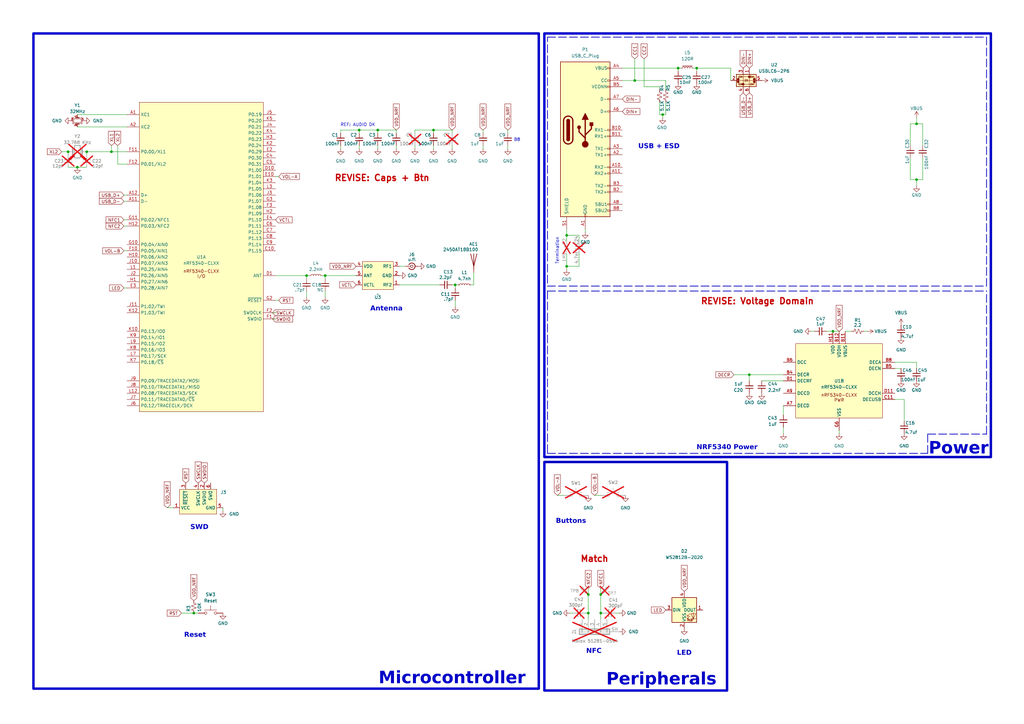
<source format=kicad_sch>
(kicad_sch (version 20250114) (generator "eeschema") (generator_version "9.0")
  (paper "A3")
  (rectangle (start 223.266 189.484) (end 298.196 283.21) (stroke (width 1)))
  (rectangle (start 223.266 13.716) (end 406.4 187.452) (stroke (width 1)))
  (rectangle (start 224.536 15.24) (end 404.622 117.348) (stroke (width 0.3) (type dash)))
  (rectangle (start 13.716 13.716) (end 220.98 282.448) (stroke (width 1)))
  (text "REVISE: Caps + Btn" (at 156.718 73.152 0) (effects (font (size 2.54 2.54) (thickness 0.508) (bold yes))))
  (text "NRF5340 Power" (at 298.196 184.15 0) (effects (font (size 2 2) (thickness 0.508) (bold yes))))
  (text "SWD" (at 81.788 216.916 0) (effects (font (size 2 2) (thickness 0.508) (bold yes))))
  (text "Buttons" (at 234.188 214.376 0) (effects (font (size 2 2) (thickness 0.508) (bold yes))))
  (text "Power" (at 393.192 185.42 0) (effects (font (size 5 5) (thickness 0.508) (bold yes))))
  (text "REVISE: Voltage Domain" (at 310.642 123.698 0) (effects (font (size 2.54 2.54) (thickness 0.508) (bold yes))))
  (text "Match" (at 243.84 229.362 0) (effects (font (size 2.54 2.54) (thickness 0.508) (bold yes))))
  (text "Reset" (at 80.01 261.112 0) (effects (font (size 2 2) (thickness 0.508) (bold yes))))
  (text "USB + ESD" (at 270.256 60.706 0) (effects (font (size 2 2) (thickness 0.508) (bold yes))))
  (text "B8" (at 212.09 57.404 0) (effects (font (size 1.27 1.27))))
  (text "Termination" (at 228.6 102.87 90) (effects (font (size 1.27 1.27))))
  (text "Peripherals" (at 271.272 280.162 0) (effects (font (size 5 5) (thickness 0.508) (bold yes))))
  (text "LED" (at 280.67 268.478 0) (effects (font (size 2 2) (thickness 0.508) (bold yes))))
  (text "Microcontroller" (at 185.42 279.654 0) (effects (font (size 5 5) (thickness 0.508) (bold yes))))
  (text "REF: AUDIO DK" (at 146.812 51.308 0) (effects (font (size 1.27 1.27))))
  (text "Antenna" (at 158.496 127.254 0) (effects (font (size 2 2) (thickness 0.508) (bold yes))))
  (text "NFC" (at 243.586 267.716 0) (effects (font (size 2 2) (thickness 0.508) (bold yes))))
  (junction (at 375.92 50.8))
  (junction (at 285.75 27.94))
  (junction (at 31.75 68.58))
  (junction (at 260.35 33.02))
  (junction (at 35.56 62.23))
  (junction (at 278.13 27.94))
  (junction (at 154.94 53.34))
  (junction (at 186.69 116.84))
  (junction (at 307.34 153.67))
  (junction (at 45.72 62.23))
  (junction (at 133.35 113.03))
  (junction (at 232.41 96.52))
  (junction (at 246.38 251.46))
  (junction (at 246.38 243.84))
  (junction (at 375.92 73.66))
  (junction (at 232.41 109.22))
  (junction (at 241.3 251.46))
  (junction (at 341.63 135.89))
  (junction (at 241.3 243.84))
  (junction (at 147.32 53.34))
  (junction (at 125.73 113.03))
  (junction (at 177.8 53.34))
  (junction (at 27.94 62.23))
  (junction (at 79.502 251.46))
  (junction (at 271.78 46.99))
  (no_connect (at -384.81 173.99))
  (wire (pts (xy 113.03 128.27) (xy 111.76 128.27)))
  (wire (pts (xy 378.46 50.8) (xy 378.46 59.69)))
  (wire (pts (xy 127 113.03) (xy 125.73 113.03)))
  (wire (pts (xy 260.35 24.13) (xy 260.35 33.02)))
  (polyline (pts (xy 224.536 185.928) (xy 380.492 185.928)) (stroke (width 0.3) (type dash)))
  (wire (pts (xy 208.28 59.69) (xy 208.28 60.96)))
  (wire (pts (xy 246.38 241.3) (xy 246.38 243.84)))
  (wire (pts (xy 177.8 53.34) (xy 185.42 53.34)))
  (wire (pts (xy 232.41 93.98) (xy 232.41 96.52)))
  (wire (pts (xy 273.05 33.02) (xy 273.05 36.83)))
  (wire (pts (xy 260.35 33.02) (xy 273.05 33.02)))
  (wire (pts (xy 375.92 151.13) (xy 375.92 148.59)))
  (wire (pts (xy 133.35 113.03) (xy 133.35 114.3)))
  (wire (pts (xy 25.273 62.23) (xy 27.94 62.23)))
  (wire (pts (xy 373.38 59.69) (xy 373.38 50.8)))
  (wire (pts (xy 170.18 60.96) (xy 170.18 59.69)))
  (wire (pts (xy 285.75 27.94) (xy 299.72 27.94)))
  (wire (pts (xy 247.65 251.46) (xy 246.38 251.46)))
  (wire (pts (xy 373.38 73.66) (xy 375.92 73.66)))
  (wire (pts (xy 74.422 251.46) (xy 79.502 251.46)))
  (polyline (pts (xy 404.622 178.054) (xy 404.622 119.38)) (stroke (width 0.3) (type dash)))
  (wire (pts (xy 208.28 53.34) (xy 208.28 54.61)))
  (wire (pts (xy 300.99 153.67) (xy 307.34 153.67)))
  (wire (pts (xy 114.3 72.39) (xy 113.03 72.39)))
  (wire (pts (xy 198.12 54.61) (xy 198.12 53.34)))
  (wire (pts (xy 139.7 53.34) (xy 139.7 54.61)))
  (wire (pts (xy 270.51 46.99) (xy 270.51 41.91)))
  (wire (pts (xy 187.96 116.84) (xy 186.69 116.84)))
  (wire (pts (xy 186.69 125.73) (xy 186.69 123.19)))
  (wire (pts (xy 133.35 119.38) (xy 133.35 121.92)))
  (wire (pts (xy 35.56 63.5) (xy 35.56 62.23)))
  (wire (pts (xy 133.35 113.03) (xy 146.05 113.03)))
  (wire (pts (xy 31.75 52.07) (xy 52.07 52.07)))
  (wire (pts (xy 237.49 109.22) (xy 232.41 109.22)))
  (wire (pts (xy 162.56 60.96) (xy 162.56 59.69)))
  (polyline (pts (xy 224.536 119.38) (xy 404.622 119.38)) (stroke (width 0.3) (type dash)))
  (wire (pts (xy 240.03 93.98) (xy 240.03 95.25)))
  (wire (pts (xy 186.69 118.11) (xy 186.69 116.84)))
  (wire (pts (xy 255.27 27.94) (xy 278.13 27.94)))
  (wire (pts (xy 271.78 46.99) (xy 270.51 46.99)))
  (wire (pts (xy 52.07 62.23) (xy 45.72 62.23)))
  (wire (pts (xy 52.07 92.71) (xy 50.8 92.71)))
  (wire (pts (xy 307.34 153.67) (xy 321.31 153.67)))
  (wire (pts (xy 299.72 27.94) (xy 299.72 33.02)))
  (wire (pts (xy 186.69 116.84) (xy 185.42 116.84)))
  (wire (pts (xy 278.13 27.94) (xy 279.4 27.94)))
  (wire (pts (xy 68.58 208.28) (xy 71.12 208.28)))
  (wire (pts (xy 355.6 135.89) (xy 354.33 135.89)))
  (wire (pts (xy 198.12 60.96) (xy 198.12 59.69)))
  (wire (pts (xy 375.92 50.8) (xy 378.46 50.8)))
  (wire (pts (xy 273.05 41.91) (xy 273.05 46.99)))
  (wire (pts (xy 48.26 67.31) (xy 52.07 67.31)))
  (wire (pts (xy 91.44 209.55) (xy 91.44 208.28)))
  (wire (pts (xy 52.07 82.55) (xy 50.8 82.55)))
  (wire (pts (xy 341.63 135.89) (xy 344.17 135.89)))
  (wire (pts (xy 113.03 113.03) (xy 125.73 113.03)))
  (wire (pts (xy 166.37 109.22) (xy 163.83 109.22)))
  (wire (pts (xy 264.16 24.13) (xy 264.16 35.56)))
  (wire (pts (xy 52.07 102.87) (xy 50.8 102.87)))
  (wire (pts (xy 321.31 177.8) (xy 321.31 175.26)))
  (wire (pts (xy 233.68 251.46) (xy 234.95 251.46)))
  (wire (pts (xy 373.38 64.77) (xy 373.38 73.66)))
  (wire (pts (xy 246.38 251.46) (xy 246.38 254)))
  (wire (pts (xy 312.42 156.21) (xy 321.31 156.21)))
  (wire (pts (xy 241.3 251.46) (xy 241.3 254)))
  (wire (pts (xy 154.94 53.34) (xy 154.94 54.61)))
  (wire (pts (xy 375.92 76.2) (xy 375.92 73.66)))
  (wire (pts (xy 332.74 135.89) (xy 334.01 135.89)))
  (wire (pts (xy 373.38 50.8) (xy 375.92 50.8)))
  (wire (pts (xy 243.84 203.2) (xy 246.38 203.2)))
  (wire (pts (xy 52.07 118.11) (xy 50.8 118.11)))
  (polyline (pts (xy 380.492 185.928) (xy 380.492 178.054)) (stroke (width 0.3) (type dash)))
  (wire (pts (xy 370.84 172.72) (xy 370.84 163.83)))
  (wire (pts (xy 232.41 99.06) (xy 232.41 96.52)))
  (wire (pts (xy 367.03 148.59) (xy 375.92 148.59)))
  (wire (pts (xy 241.3 243.84) (xy 241.3 251.46)))
  (wire (pts (xy 278.13 29.21) (xy 278.13 27.94)))
  (wire (pts (xy 170.18 53.34) (xy 170.18 54.61)))
  (polyline (pts (xy 380.492 178.054) (xy 404.622 178.054)) (stroke (width 0.3) (type dash)))
  (wire (pts (xy 177.8 60.96) (xy 177.8 59.69)))
  (wire (pts (xy 270.51 35.56) (xy 270.51 36.83)))
  (wire (pts (xy 163.83 116.84) (xy 180.34 116.84)))
  (wire (pts (xy 139.7 53.34) (xy 147.32 53.34)))
  (wire (pts (xy 264.16 35.56) (xy 270.51 35.56)))
  (wire (pts (xy 237.49 96.52) (xy 232.41 96.52)))
  (wire (pts (xy 237.49 109.22) (xy 237.49 104.14)))
  (wire (pts (xy 45.72 62.23) (xy 35.56 62.23)))
  (wire (pts (xy 27.94 68.58) (xy 31.75 68.58)))
  (wire (pts (xy 114.3 123.19) (xy 113.03 123.19)))
  (wire (pts (xy 339.09 135.89) (xy 341.63 135.89)))
  (wire (pts (xy 273.05 46.99) (xy 271.78 46.99)))
  (wire (pts (xy 170.18 53.34) (xy 177.8 53.34)))
  (wire (pts (xy 285.75 27.94) (xy 285.75 29.21)))
  (wire (pts (xy 246.38 243.84) (xy 246.38 251.46)))
  (wire (pts (xy 375.92 48.26) (xy 375.92 50.8)))
  (wire (pts (xy 378.46 73.66) (xy 375.92 73.66)))
  (wire (pts (xy 321.31 170.18) (xy 321.31 166.37)))
  (wire (pts (xy 228.6 203.2) (xy 231.14 203.2)))
  (wire (pts (xy 132.08 113.03) (xy 133.35 113.03)))
  (wire (pts (xy 147.32 53.34) (xy 154.94 53.34)))
  (wire (pts (xy 79.502 251.46) (xy 81.28 251.46)))
  (wire (pts (xy 271.78 48.26) (xy 271.78 46.99)))
  (wire (pts (xy 194.31 116.84) (xy 193.04 116.84)))
  (wire (pts (xy 378.46 64.77) (xy 378.46 73.66)))
  (wire (pts (xy 194.31 111.76) (xy 194.31 116.84)))
  (wire (pts (xy 48.26 59.69) (xy 48.26 67.31)))
  (wire (pts (xy 147.32 53.34) (xy 147.32 54.61)))
  (wire (pts (xy 52.07 80.01) (xy 50.8 80.01)))
  (wire (pts (xy 307.34 153.67) (xy 307.34 156.21)))
  (wire (pts (xy 254 251.46) (xy 252.73 251.46)))
  (wire (pts (xy 52.07 90.17) (xy 50.8 90.17)))
  (wire (pts (xy 240.03 251.46) (xy 241.3 251.46)))
  (wire (pts (xy 154.94 53.34) (xy 162.56 53.34)))
  (wire (pts (xy 232.41 104.14) (xy 232.41 109.22)))
  (wire (pts (xy 113.03 130.81) (xy 111.76 130.81)))
  (wire (pts (xy 284.48 27.94) (xy 285.75 27.94)))
  (wire (pts (xy 154.94 60.96) (xy 154.94 59.69)))
  (wire (pts (xy 349.25 135.89) (xy 346.71 135.89)))
  (polyline (pts (xy 224.536 119.38) (xy 224.536 185.928)) (stroke (width 0.3) (type dash)))
  (wire (pts (xy 185.42 60.96) (xy 185.42 59.69)))
  (wire (pts (xy 237.49 99.06) (xy 237.49 96.52)))
  (wire (pts (xy 125.73 121.92) (xy 125.73 119.38)))
  (wire (pts (xy 241.3 241.3) (xy 241.3 243.84)))
  (wire (pts (xy 45.72 59.69) (xy 45.72 62.23)))
  (wire (pts (xy 125.73 114.3) (xy 125.73 113.03)))
  (wire (pts (xy 31.75 68.58) (xy 35.56 68.58)))
  (wire (pts (xy 27.94 63.5) (xy 27.94 62.23)))
  (wire (pts (xy 31.75 46.99) (xy 52.07 46.99)))
  (wire (pts (xy 344.17 177.8) (xy 344.17 176.53)))
  (wire (pts (xy 185.42 53.34) (xy 185.42 54.61)))
  (wire (pts (xy 232.41 110.49) (xy 232.41 109.22)))
  (wire (pts (xy 255.27 33.02) (xy 260.35 33.02)))
  (wire (pts (xy 177.8 53.34) (xy 177.8 54.61)))
  (wire (pts (xy 147.32 60.96) (xy 147.32 59.69)))
  (wire (pts (xy 370.84 163.83) (xy 367.03 163.83)))
  (wire (pts (xy 162.56 53.34) (xy 162.56 54.61)))
  (wire (pts (xy 139.7 59.69) (xy 139.7 60.96)))
  (wire (pts (xy 367.03 151.13) (xy 369.57 151.13)))
  (global_label "VDD_NRF" (shape input) (at 162.56 53.34 90) (property "Intersheetrefs" "${INTERSHEET_REFS}" (effects (hide yes))))
  (global_label "VDD_NRF" (shape input) (at 208.28 53.34 90) (property "Intersheetrefs" "${INTERSHEET_REFS}" (effects (hide yes))))
  (global_label "VDD_NRF" (shape input) (at 344.17 135.89 90) (property "Intersheetrefs" "${INTERSHEET_REFS}" (effects (hide yes))))
  (global_label "VDD_NRF" (shape input) (at 198.12 53.34 90) (property "Intersheetrefs" "${INTERSHEET_REFS}" (effects (hide yes))))
  (global_label "SWCLK" (shape input) (at 81.28 198.12 90) (property "Intersheetrefs" "${INTERSHEET_REFS}" (effects (hide yes))))
  (global_label "VDD_NRF" (shape input) (at 280.67 242.57 90) (property "Intersheetrefs" "${INTERSHEET_REFS}" (effects (hide yes))))
  (global_label "VDD_NRF" (shape input) (at 68.58 208.28 90) (property "Intersheetrefs" "${INTERSHEET_REFS}" (effects (hide yes))))
  (global_label "USB_D+" (shape input) (at 50.8 80.01 180) (property "Intersheetrefs" "${INTERSHEET_REFS}" (effects (hide yes))))
  (global_label "VOL-B" (shape input) (at 243.84 203.2 90) (property "Intersheetrefs" "${INTERSHEET_REFS}" (effects (hide yes))))
  (global_label "DIN+" (shape input) (at 307.34 27.94 90) (property "Intersheetrefs" "${INTERSHEET_REFS}" (effects (hide yes))))
  (global_label "DIN-" (shape input) (at 304.8 27.94 90) (property "Intersheetrefs" "${INTERSHEET_REFS}" (effects (hide yes))))
  (global_label "NFC1" (shape input) (at 50.8 90.17 180) (property "Intersheetrefs" "${INTERSHEET_REFS}" (effects (hide yes))))
  (global_label "SWDIO" (shape input) (at 83.82 198.12 90) (property "Intersheetrefs" "${INTERSHEET_REFS}" (effects (hide yes))))
  (global_label "RST" (shape input) (at 76.2 198.12 90) (property "Intersheetrefs" "${INTERSHEET_REFS}" (effects (hide yes))))
  (global_label "USB_D+" (shape input) (at 307.34 38.1 270) (property "Intersheetrefs" "${INTERSHEET_REFS}" (effects (hide yes))))
  (global_label "CC1" (shape input) (at 260.35 24.13 90) (property "Intersheetrefs" "${INTERSHEET_REFS}" (effects (hide yes))))
  (global_label "VOL-B" (shape input) (at 50.8 102.87 180) (property "Intersheetrefs" "${INTERSHEET_REFS}" (effects (hide yes))))
  (global_label "USB_D-" (shape input) (at 304.8 38.1 270) (property "Intersheetrefs" "${INTERSHEET_REFS}" (effects (hide yes))))
  (global_label "XL2" (shape input) (at 48.26 59.69 90) (property "Intersheetrefs" "${INTERSHEET_REFS}" (effects (hide yes))))
  (global_label "LED" (shape input) (at 273.05 250.19 180) (property "Intersheetrefs" "${INTERSHEET_REFS}" (effects (hide yes))))
  (global_label "XL2" (shape input) (at 25.273 62.23 180) (property "Intersheetrefs" "${INTERSHEET_REFS}" (effects (hide yes))))
  (global_label "RST" (shape input) (at 114.3 123.19 0) (property "Intersheetrefs" "${INTERSHEET_REFS}" (effects (hide yes))))
  (global_label "SWCLK" (shape input) (at 111.76 128.27 0) (property "Intersheetrefs" "${INTERSHEET_REFS}" (effects (hide yes))))
  (global_label "VOL-A" (shape input) (at 228.6 203.2 90) (property "Intersheetrefs" "${INTERSHEET_REFS}" (effects (hide yes))))
  (global_label "VCTL" (shape input) (at 113.03 90.17 0) (property "Intersheetrefs" "${INTERSHEET_REFS}" (effects (hide yes))))
  (global_label "CC2" (shape input) (at 264.16 24.13 90) (property "Intersheetrefs" "${INTERSHEET_REFS}" (effects (hide yes))))
  (global_label "NFC1" (shape input) (at 246.38 241.3 90) (property "Intersheetrefs" "${INTERSHEET_REFS}" (effects (hide yes))))
  (global_label "VDD_NRF" (shape input) (at 79.502 246.38 90) (property "Intersheetrefs" "${INTERSHEET_REFS}" (effects (hide yes))))
  (global_label "DIN-" (shape input) (at 255.27 40.64 0) (property "Intersheetrefs" "${INTERSHEET_REFS}" (effects (hide yes))))
  (global_label "DIN+" (shape input) (at 255.27 45.72 0) (property "Intersheetrefs" "${INTERSHEET_REFS}" (effects (hide yes))))
  (global_label "NFC2" (shape input) (at 241.3 241.3 90) (property "Intersheetrefs" "${INTERSHEET_REFS}" (effects (hide yes))))
  (global_label "VCTL" (shape input) (at 146.05 116.84 180) (property "Intersheetrefs" "${INTERSHEET_REFS}" (effects (hide yes))))
  (global_label "RST" (shape input) (at 74.422 251.46 180) (property "Intersheetrefs" "${INTERSHEET_REFS}" (effects (hide yes))))
  (global_label "VDD_NRF" (shape input) (at 185.42 53.34 90) (property "Intersheetrefs" "${INTERSHEET_REFS}" (effects (hide yes))))
  (global_label "XL1" (shape input) (at 45.72 59.69 90) (property "Intersheetrefs" "${INTERSHEET_REFS}" (effects (hide yes))))
  (global_label "NFC2" (shape input) (at 50.8 92.71 180) (property "Intersheetrefs" "${INTERSHEET_REFS}" (effects (hide yes))))
  (global_label "SWDIO" (shape input) (at 111.76 130.81 0) (property "Intersheetrefs" "${INTERSHEET_REFS}" (effects (hide yes))))
  (global_label "VOL-A" (shape input) (at 114.3 72.39 0) (property "Intersheetrefs" "${INTERSHEET_REFS}" (effects (hide yes))))
  (global_label "VDD_NRF" (shape input) (at 146.05 109.22 180) (property "Intersheetrefs" "${INTERSHEET_REFS}" (effects (hide yes))))
  (global_label "USB_D-" (shape input) (at 50.8 82.55 180) (property "Intersheetrefs" "${INTERSHEET_REFS}" (effects (hide yes))))
  (global_label "LED" (shape input) (at 50.8 118.11 180) (property "Intersheetrefs" "${INTERSHEET_REFS}" (effects (hide yes))))
  (global_label "DECR" (shape input) (at 300.99 153.67 180) (property "Intersheetrefs" "${INTERSHEET_REFS}" (effects (hide yes))))
  (symbol (lib_id "Device:C_Small") (at 370.84 175.26 0) (unit 1)
    (property "Reference" "C16" (at 371.348 173.482 0) (effects (justify left)))
    (property "Value" "4.7uf" (at 371.094 177.292 0) (effects (justify left)))
    (property "Footprint" "Capacitor_SMD:C_0201_0603Metric" (effects (hide yes)))
    (property "Description" "Unpolarized capacitor, small symbol" (effects (hide yes)))
  )
  (symbol (lib_id "Device:C_Small") (at 307.34 158.75 180) (unit 1)
    (property "Reference" "C20" (at 304.8 160.0138 0) (effects (justify left)))
    (property "Value" "1uF" (at 304.8 157.4738 0) (effects (justify left)))
    (property "Footprint" "Capacitor_SMD:C_0402_1005Metric" (effects (hide yes)))
    (property "Description" "Unpolarized capacitor, small symbol" (effects (hide yes)))
  )
  (symbol (lib_id "Device:C_Small") (at 369.57 135.89 0) (unit 1)
    (property "Reference" "C10" (at 370.078 134.112 0) (effects (justify left)))
    (property "Value" "4.7uf" (at 369.57 137.922 0) (effects (justify left)))
    (property "Footprint" "Capacitor_SMD:C_0201_0603Metric" (effects (hide yes)))
    (property "Description" "Unpolarized capacitor, small symbol" (effects (hide yes)))
  )
  (symbol (lib_id "power:GND") (at 208.28 60.96 0) (unit 1)
    (property "Reference" "#PWR09" (effects (hide yes)))
    (property "Value" "GND" (at 208.28 66.04 0))
    (property "Description" "Power symbol creates a global label with name \"GND\" , ground" (effects (hide yes)))
  )
  (symbol (lib_id "power:GND") (at 154.94 60.96 0) (unit 1)
    (property "Reference" "#PWR03" (effects (hide yes)))
    (property "Value" "GND" (at 154.94 66.04 0))
    (property "Description" "Power symbol creates a global label with name \"GND\" , ground" (effects (hide yes)))
  )
  (symbol (lib_id "Device:C_Small") (at 336.55 135.89 90) (unit 1)
    (property "Reference" "C47" (at 336.55 130.81 90))
    (property "Value" "1uF" (at 336.55 132.842 90))
    (property "Footprint" "Capacitor_SMD:C_0402_1005Metric" (effects (hide yes)))
    (property "Description" "Unpolarized capacitor, small symbol" (effects (hide yes)))
  )
  (symbol (lib_id "Device:Crystal_GND24_Small") (at 31.75 49.53 270) (unit 1)
    (property "Reference" "Y1" (at 31.75 43.18 90))
    (property "Value" "32MHz" (at 31.75 45.72 90))
    (property "Footprint" "Crystal:Crystal_SMD_2016-4Pin_2.0x1.6mm" (effects (hide yes)))
    (property "Description" "Four pin crystal, GND on pins 2 and 4, small symbol" (effects (hide yes)))
  )
  (symbol (lib_id "power:GND") (at 31.75 68.58 0) (mirror y) (unit 1)
    (property "Reference" "#PWR020" (effects (hide yes)))
    (property "Value" "GND" (at 31.75 72.898 0))
  )
  (symbol (lib_id "power:GND") (at 162.56 60.96 0) (unit 1)
    (property "Reference" "#PWR04" (effects (hide yes)))
    (property "Value" "GND" (at 162.56 66.04 0))
    (property "Description" "Power symbol creates a global label with name \"GND\" , ground" (effects (hide yes)))
  )
  (symbol (lib_id "power:GND") (at 369.57 138.43 0) (unit 1)
    (property "Reference" "#PWR014" (effects (hide yes)))
    (property "Value" "GND" (at 369.57 143.51 0))
    (property "Description" "Power symbol creates a global label with name \"GND\" , ground" (effects (hide yes)))
  )
  (symbol (lib_id "power:GND") (at 254 259.08 90) (unit 1)
    (property "Reference" "#PWR039" (effects (hide yes)))
    (property "Value" "GND" (at 257.81 259.0799 90) (effects (justify right)))
    (property "Description" "Power symbol creates a global label with name \"GND\" , ground" (effects (hide yes)))
  )
  (symbol (lib_id "Device:C_Small") (at 208.28 57.15 180) (unit 1)
    (property "Reference" "C9" (at 205.994 55.372 0))
    (property "Value" "1uF" (at 204.978 58.928 0))
    (property "Footprint" "Capacitor_SMD:C_0402_1005Metric" (effects (hide yes)))
    (property "Description" "Unpolarized capacitor, small symbol" (effects (hide yes)))
  )
  (symbol (lib_id "Power_Protection:USBLC6-2P6") (at 307.34 33.02 270) (unit 1)
    (property "Reference" "U2" (at 317.5 26.5998 90))
    (property "Value" "USBLC6-2P6" (at 317.5 29.1398 90))
    (property "Footprint" "Package_TO_SOT_SMD:SOT-666" (effects (hide yes)))
    (property "Datasheet" "https://www.st.com/resource/en/datasheet/usblc6-2.pdf" (effects (hide yes)))
    (property "Description" "Very low capacitance ESD protection diode, 2 data-line, SOT-666" (effects (hide yes)))
  )
  (symbol (lib_id "power:GND") (at 307.34 161.29 0) (unit 1)
    (property "Reference" "#PWR017" (effects (hide yes)))
    (property "Value" "GND" (at 307.34 165.1 0))
    (property "Description" "Power symbol creates a global label with name \"GND\" , ground" (effects (hide yes)))
  )
  (symbol (lib_id "power:GND") (at 163.83 113.03 90) (unit 1)
    (property "Reference" "#PWR078" (effects (hide yes)))
    (property "Value" "GND" (at 169.164 113.03 90))
    (property "Description" "Power symbol creates a global label with name \"GND\" , ground" (effects (hide yes)))
  )
  (symbol (lib_id "Connector:USB_C_Plug") (at 240.03 53.34 0) (unit 1)
    (property "Reference" "P1" (at 240.03 20.32 0))
    (property "Value" "USB_C_Plug" (at 240.03 22.86 0))
    (property "Footprint" "Capacitor_SMD:C_0201_0603Metric" (effects (hide yes)))
    (property "Datasheet" "https://www.usb.org/sites/default/files/documents/usb_type-c.zip" (effects (hide yes)))
    (property "Description" "USB Type-C Plug connector" (effects (hide yes)))
  )
  (symbol (lib_id "power:GND") (at 185.42 60.96 0) (unit 1)
    (property "Reference" "#PWR07" (effects (hide yes)))
    (property "Value" "GND" (at 185.42 66.04 0))
    (property "Description" "Power symbol creates a global label with name \"GND\" , ground" (effects (hide yes)))
  )
  (symbol (lib_id "Switch:SW_Push") (at 86.36 251.46 0) (unit 1)
    (property "Reference" "SW3" (at 86.36 243.84 0))
    (property "Value" "Reset" (at 86.36 246.38 0))
    (property "Footprint" "Button_Switch_SMD:SW_SPST_B3U-1000P" (effects (hide yes)))
  )
  (symbol (lib_id "power:GND") (at 232.41 110.49 0) (unit 1)
    (property "Reference" "#PWR023" (effects (hide yes)))
    (property "Value" "GND" (at 232.41 114.554 0))
    (property "Description" "Power symbol creates a global label with name \"GND\" , ground" (effects (hide yes)))
  )
  (symbol (lib_id "Device:C_Small") (at 250.19 251.46 270) (unit 1) (in_bom no) (dnp yes)
    (property "Reference" "C41" (at 249.682 246.126 90) (effects (justify left)))
    (property "Value" "300pF" (at 249.428 248.412 90) (effects (justify left)))
    (property "Footprint" "Capacitor_SMD:C_0201_0603Metric" (effects (hide yes)))
    (property "Description" "Unpolarized capacitor, small symbol" (effects (hide yes)))
  )
  (symbol (lib_id "Device:C_Small") (at 177.8 57.15 180) (unit 1)
    (property "Reference" "C6" (at 175.514 55.372 0))
    (property "Value" "100nF" (at 174.498 58.928 0))
    (property "Footprint" "Capacitor_SMD:C_0201_0603Metric" (effects (hide yes)))
    (property "Description" "Unpolarized capacitor, small symbol" (effects (hide yes)))
  )
  (symbol (lib_id "Connector:TestPoint_Probe") (at 241.3 243.84 0) (mirror y) (unit 1) (in_bom no) (dnp yes)
    (property "Reference" "TP8" (at 237.49 242.316 0) (effects (justify left)))
    (property "Value" "TestPoint_Probe" (effects (hide yes)))
    (property "Footprint" "TestPoint:TestPoint_Pad_D1.0mm" (effects (hide yes)))
    (property "Description" "test point (alternative probe-style design)" (effects (hide yes)))
  )
  (symbol (lib_id "Device:L_Small") (at 129.54 113.03 270) (mirror x) (unit 1)
    (property "Reference" "L4" (at 129.54 107.95 90))
    (property "Value" "2.2nH" (at 129.54 110.49 90))
    (property "Footprint" "Inductor_SMD:L_0201_0603Metric" (effects (hide yes)))
    (property "Description" "Inductor, small symbol" (effects (hide yes)))
  )
  (symbol (lib_id "Device:C_Small") (at 369.57 153.67 0) (unit 1)
    (property "Reference" "C46" (at 370.078 151.892 0) (effects (justify left)))
    (property "Value" "100nF" (at 369.57 155.702 0) (effects (justify left)))
    (property "Footprint" "Capacitor_SMD:C_0201_0603Metric" (effects (hide yes)))
    (property "Description" "Unpolarized capacitor, small symbol" (effects (hide yes)))
  )
  (symbol (lib_id "Device:R_Small_US") (at 270.51 39.37 0) (unit 1)
    (property "Reference" "R4" (at 271.526 36.068 90))
    (property "Value" "5.1K" (at 271.526 43.434 90))
    (property "Footprint" "Resistor_SMD:R_0201_0603Metric" (effects (hide yes)))
    (property "Description" "Resistor, small US symbol" (effects (hide yes)))
  )
  (symbol (lib_id "Device:R_Small_US") (at 351.79 135.89 90) (unit 1)
    (property "Reference" "R1" (at 351.79 131.318 90))
    (property "Value" "2.2" (at 351.79 133.35 90))
    (property "Footprint" "Resistor_SMD:R_0201_0603Metric" (effects (hide yes)))
    (property "Description" "Resistor, small US symbol" (effects (hide yes)))
  )
  (symbol (lib_id "Device:L_Ferrite_Small") (at 281.94 27.94 90) (unit 1)
    (property "Reference" "L5" (at 281.94 21.59 90))
    (property "Value" "120R" (at 281.94 24.13 90))
    (property "Footprint" "Inductor_SMD:L_0402_1005Metric" (effects (hide yes)))
    (property "Description" "Inductor with ferrite core, small symbol" (effects (hide yes)))
  )
  (symbol (lib_id "LyndLabs:FM8625H") (at 154.94 113.03 0) (mirror x) (unit 1)
    (property "Reference" "U3" (at 154.94 121.92 0))
    (property "Value" "~" (at 154.94 120.65 0))
  )
  (symbol (lib_id "power:GND") (at 254 251.46 90) (unit 1)
    (property "Reference" "#PWR063" (effects (hide yes)))
    (property "Value" "GND" (at 259.08 251.46 90))
    (property "Description" "Power symbol creates a global label with name \"GND\" , ground" (effects (hide yes)))
  )
  (symbol (lib_id "Device:C_Small") (at 27.94 66.04 0) (mirror y) (unit 1) (in_bom no) (dnp yes)
    (property "Reference" "C23" (at 26.162 66.04 0) (effects (justify left)))
    (property "Value" "12pf" (at 25.908 68.072 0) (effects (justify left)))
    (property "Footprint" "Resistor_SMD:R_0201_0603Metric" (effects (hide yes)))
  )
  (symbol (lib_id "Device:C_Small") (at 321.31 172.72 0) (mirror y) (unit 1)
    (property "Reference" "C43" (at 318.77 171.4562 0) (effects (justify left)))
    (property "Value" "1uF" (at 318.77 173.9962 0) (effects (justify left)))
    (property "Footprint" "Capacitor_SMD:C_0402_1005Metric" (effects (hide yes)))
    (property "Description" "Unpolarized capacitor, small symbol" (effects (hide yes)))
  )
  (symbol (lib_id "power:GND") (at 344.17 177.8 0) (unit 1)
    (property "Reference" "#PWR070" (effects (hide yes)))
    (property "Value" "GND" (at 344.17 182.88 0))
    (property "Description" "Power symbol creates a global label with name \"GND\" , ground" (effects (hide yes)))
  )
  (symbol (lib_id "Device:R_Small_US") (at 273.05 39.37 0) (unit 1)
    (property "Reference" "R5" (at 274.066 36.068 90))
    (property "Value" "5.1K" (at 274.066 43.434 90))
    (property "Footprint" "Resistor_SMD:R_0201_0603Metric" (effects (hide yes)))
    (property "Description" "Resistor, small US symbol" (effects (hide yes)))
  )
  (symbol (lib_id "power:GND") (at 147.32 60.96 0) (unit 1)
    (property "Reference" "#PWR02" (effects (hide yes)))
    (property "Value" "GND" (at 147.32 66.04 0))
    (property "Description" "Power symbol creates a global label with name \"GND\" , ground" (effects (hide yes)))
  )
  (symbol (lib_id "power:GND") (at 186.69 125.73 0) (mirror y) (unit 1)
    (property "Reference" "#PWR065" (effects (hide yes)))
    (property "Value" "GND" (at 186.69 130.048 0))
    (property "Description" "Power symbol creates a global label with name \"GND\" , ground" (effects (hide yes)))
  )
  (symbol (lib_id "nordic-lib-kicad-nrf53:nRF5340-CLXX") (at 82.55 105.41 0) (unit 1)
    (property "Reference" "U1" (at 82.55 105.41 0))
    (property "Value" "nRF5340-CLXX" (at 82.55 107.95 0))
    (property "Footprint" "LyndLabs:NRF5340-4x4" (effects (hide yes)))
    (property "Datasheet" "https://docs-be.nordicsemi.com/bundle/ps_nrf5340/attach/nRF5340_PS_v1.5.pdf" (effects (hide yes)))
  )
  (symbol (lib_id "Connector:Conn_Coaxial_Small") (at 168.91 109.22 0) (unit 1)
    (property "Reference" "J6" (at 168.91 104.394 0))
    (property "Value" "u.fl" (at 168.91 106.426 0))
    (property "Footprint" "Connector_Coaxial:U.FL_Molex_MCRF_73412-0110_Vertical" (effects (hide yes)))
    (property "Description" "small coaxial connector (BNC, SMA, SMB, SMC, Cinch/RCA, LEMO, ...)" (effects (hide yes)))
  )
  (symbol (lib_id "Switch:SW_Push") (at 236.22 203.2 0) (unit 1) (in_bom no) (dnp yes)
    (property "Reference" "SW1" (at 236.22 198.12 0))
    (property "Value" "SW_Push" (effects (hide yes)))
    (property "Footprint" "Button_Switch_SMD:SW_SPST_EVQP7A" (effects (hide yes)))
    (property "Description" "Push button switch, generic, two pins" (effects (hide yes)))
  )
  (symbol (lib_id "Device:C_Small") (at 139.7 57.15 180) (unit 1)
    (property "Reference" "C1" (at 137.414 55.372 0))
    (property "Value" "100nF" (at 136.398 58.928 0))
    (property "Footprint" "Capacitor_SMD:C_0201_0603Metric" (effects (hide yes)))
    (property "Description" "Unpolarized capacitor, small symbol" (effects (hide yes)))
  )
  (symbol (lib_id "Device:C_Small") (at 185.42 57.15 180) (unit 1) (in_bom no) (dnp yes)
    (property "Reference" "C7" (at 183.134 55.372 0))
    (property "Value" "100nF" (at 182.118 58.928 0))
    (property "Footprint" "Capacitor_SMD:C_0201_0603Metric" (effects (hide yes)))
    (property "Description" "Unpolarized capacitor, small symbol" (effects (hide yes)))
  )
  (symbol (lib_id "power:GND") (at 280.67 257.81 0) (unit 1)
    (property "Reference" "#PWR075" (effects (hide yes)))
    (property "Value" "GND" (at 280.67 262.89 0))
    (property "Description" "Power symbol creates a global label with name \"GND\" , ground" (effects (hide yes)))
  )
  (symbol (lib_id "Connector:TestPoint_Probe") (at 246.38 243.84 270) (mirror x) (unit 1) (in_bom no) (dnp yes)
    (property "Reference" "TP7" (at 249.174 243.332 90) (effects (justify left)))
    (property "Value" "TestPoint_Probe" (effects (hide yes)))
    (property "Footprint" "TestPoint:TestPoint_Pad_D1.0mm" (effects (hide yes)))
    (property "Description" "test point (alternative probe-style design)" (effects (hide yes)))
  )
  (symbol (lib_id "power:GND") (at 34.29 49.53 90) (unit 1)
    (property "Reference" "#PWR010" (effects (hide yes)))
    (property "Value" "GND" (at 38.1 49.5299 90) (effects (justify right)))
    (property "Description" "Power symbol creates a global label with name \"GND\" , ground" (effects (hide yes)))
  )
  (symbol (lib_id "Device:C_Small") (at 285.75 31.75 0) (unit 1)
    (property "Reference" "C27" (at 287.528 31.75 0) (effects (justify left)))
    (property "Value" "100nF" (at 286.258 33.782 0) (effects (justify left)))
    (property "Footprint" "Capacitor_SMD:C_0402_1005Metric" (effects (hide yes)))
    (property "Description" "Unpolarized capacitor, small symbol" (effects (hide yes)))
  )
  (symbol (lib_id "power:GND") (at 375.92 156.21 0) (unit 1)
    (property "Reference" "#PWR074" (effects (hide yes)))
    (property "Value" "GND" (at 375.92 160.02 0))
    (property "Description" "Power symbol creates a global label with name \"GND\" , ground" (effects (hide yes)))
  )
  (symbol (lib_id "Connector:Conn_ARM_SWD_TagConnect_TC2030-NL") (at 81.28 205.74 90) (unit 1) (in_bom no)
    (property "Reference" "J3" (at 90.424 201.93 90) (effects (justify right)))
    (property "Value" "SWD" (effects (hide yes)))
    (property "Footprint" "Connector:Tag-Connect_TC2030-IDC-NL_2x03_P1.27mm_Vertical" (effects (hide yes)))
    (property "Datasheet" "https://www.tag-connect.com/wp-content/uploads/bsk-pdf-manager/TC2030-CTX_1.pdf" (effects (hide yes)))
    (property "Description" "Tag-Connect ARM Cortex SWD JTAG connector, 6 pin, no legs" (effects (hide yes)))
  )
  (symbol (lib_id "power:GND") (at 285.75 34.29 0) (unit 1)
    (property "Reference" "#PWR034" (effects (hide yes)))
    (property "Value" "GND" (at 285.75 37.846 0))
    (property "Description" "Power symbol creates a global label with name \"GND\" , ground" (effects (hide yes)))
  )
  (symbol (lib_id "Device:C_Small") (at 237.49 251.46 270) (mirror x) (unit 1) (in_bom no) (dnp yes)
    (property "Reference" "C42" (at 235.458 245.872 90) (effects (justify left)))
    (property "Value" "300pF" (at 233.172 248.158 90) (effects (justify left)))
    (property "Footprint" "Capacitor_SMD:C_0201_0603Metric" (effects (hide yes)))
    (property "Description" "Unpolarized capacitor, small symbol" (effects (hide yes)))
  )
  (symbol (lib_id "power:GND") (at 332.74 135.89 270) (unit 1)
    (property "Reference" "#PWR073" (effects (hide yes)))
    (property "Value" "GND" (at 329.438 135.89 90) (effects (justify right)))
    (property "Description" "Power symbol creates a global label with name \"GND\" , ground" (effects (hide yes)))
  )
  (symbol (lib_id "power:GND") (at 241.3 203.2 0) (unit 1)
    (property "Reference" "#PWR021" (effects (hide yes)))
    (property "Value" "GND" (at 241.3 208.28 0))
    (property "Description" "Power symbol creates a global label with name \"GND\" , ground" (effects (hide yes)))
  )
  (symbol (lib_id "Device:L_Small") (at 190.5 116.84 270) (mirror x) (unit 1)
    (property "Reference" "L1" (at 190.5 111.76 90))
    (property "Value" "4.7nh" (at 190.5 114.3 90))
    (property "Footprint" "Inductor_SMD:L_0201_0603Metric" (effects (hide yes)))
    (property "Description" "Inductor, small symbol" (effects (hide yes)))
  )
  (symbol (lib_id "Device:C_Small") (at 198.12 57.15 180) (unit 1)
    (property "Reference" "C8" (at 195.834 55.372 0))
    (property "Value" "1uF" (at 194.818 58.928 0))
    (property "Footprint" "Capacitor_SMD:C_0402_1005Metric" (effects (hide yes)))
    (property "Description" "Unpolarized capacitor, small symbol" (effects (hide yes)))
  )
  (symbol (lib_id "power:VBUS") (at 375.92 48.26 0) (mirror y) (unit 1)
    (property "Reference" "#PWR076" (effects (hide yes)))
    (property "Value" "VBUS" (at 375.92 44.45 0))
    (property "Description" "Power symbol creates a global label with name \"VBUS\"" (effects (hide yes)))
  )
  (symbol (lib_id "Device:C_Small") (at 312.42 158.75 0) (unit 1)
    (property "Reference" "C44" (at 314.96 157.4862 0) (effects (justify left)))
    (property "Value" "2.2nF" (at 314.96 160.0262 0) (effects (justify left)))
    (property "Footprint" "Capacitor_SMD:C_0201_0603Metric" (effects (hide yes)))
    (property "Description" "Unpolarized capacitor, small symbol" (effects (hide yes)))
  )
  (symbol (lib_id "Device:C_Small") (at 373.38 62.23 0) (mirror y) (unit 1)
    (property "Reference" "C30" (at 372.11 60.96 90) (effects (justify left)))
    (property "Value" "1uF" (at 372.11 67.31 90) (effects (justify left)))
    (property "Footprint" "Capacitor_SMD:C_0402_1005Metric" (effects (hide yes)))
    (property "Description" "Unpolarized capacitor, small symbol" (effects (hide yes)))
  )
  (symbol (lib_id "power:VBUS") (at 312.42 33.02 270) (unit 1)
    (property "Reference" "#PWR037" (effects (hide yes)))
    (property "Value" "VBUS" (at 316.23 33.0199 90) (effects (justify left)))
    (property "Description" "Power symbol creates a global label with name \"VBUS\"" (effects (hide yes)))
  )
  (symbol (lib_id "power:GND") (at 271.78 48.26 0) (unit 1)
    (property "Reference" "#PWR030" (effects (hide yes)))
    (property "Value" "GND" (at 273.558 52.324 0) (effects (justify right)))
    (property "Description" "Power symbol creates a global label with name \"GND\" , ground" (effects (hide yes)))
  )
  (symbol (lib_id "Switch:SW_Push") (at 251.46 203.2 0) (unit 1) (in_bom no) (dnp yes)
    (property "Reference" "SW2" (at 251.46 197.866 0))
    (property "Value" "SW_Push" (effects (hide yes)))
    (property "Footprint" "Button_Switch_SMD:SW_SPST_EVQP7A" (effects (hide yes)))
    (property "Description" "Push button switch, generic, two pins" (effects (hide yes)))
  )
  (symbol (lib_id "power:GND") (at 369.57 156.21 0) (unit 1)
    (property "Reference" "#PWR072" (effects (hide yes)))
    (property "Value" "GND" (at 369.57 160.02 0))
    (property "Description" "Power symbol creates a global label with name \"GND\" , ground" (effects (hide yes)))
  )
  (symbol (lib_id "Device:C_Small") (at 278.13 31.75 0) (unit 1)
    (property "Reference" "C25" (at 279.654 31.75 0) (effects (justify left)))
    (property "Value" "10nF" (at 278.638 33.782 0) (effects (justify left)))
    (property "Footprint" "Capacitor_SMD:C_0402_1005Metric" (effects (hide yes)))
    (property "Description" "Unpolarized capacitor, small symbol" (effects (hide yes)))
  )
  (symbol (lib_id "Device:C_Small") (at 35.56 66.04 0) (mirror y) (unit 1) (in_bom no) (dnp yes)
    (property "Reference" "C22" (at 41.656 66.04 0) (effects (justify left)))
    (property "Value" "12pf" (at 42.291 68.072 0) (effects (justify left)))
    (property "Footprint" "Resistor_SMD:R_0201_0603Metric" (effects (hide yes)))
  )
  (symbol (lib_id "power:GND") (at 171.45 109.22 90) (unit 1)
    (property "Reference" "#PWR067" (effects (hide yes)))
    (property "Value" "GND" (at 176.784 109.22 90))
    (property "Description" "Power symbol creates a global label with name \"GND\" , ground" (effects (hide yes)))
  )
  (symbol (lib_id "Device:C_Small") (at 170.18 57.15 180) (unit 1) (in_bom no) (dnp yes)
    (property "Reference" "C5" (at 167.894 55.372 0))
    (property "Value" "100nF" (at 166.878 58.928 0))
    (property "Footprint" "Capacitor_SMD:C_0201_0603Metric" (effects (hide yes)))
    (property "Description" "Unpolarized capacitor, small symbol" (effects (hide yes)))
  )
  (symbol (lib_id "power:GND") (at 170.18 60.96 0) (unit 1)
    (property "Reference" "#PWR05" (effects (hide yes)))
    (property "Value" "GND" (at 170.18 66.04 0))
    (property "Description" "Power symbol creates a global label with name \"GND\" , ground" (effects (hide yes)))
  )
  (symbol (lib_id "power:GND") (at 139.7 60.96 0) (unit 1)
    (property "Reference" "#PWR01" (effects (hide yes)))
    (property "Value" "GND" (at 139.7 66.04 0))
    (property "Description" "Power symbol creates a global label with name \"GND\" , ground" (effects (hide yes)))
  )
  (symbol (lib_id "power:GND") (at 91.44 251.46 0) (unit 1)
    (property "Reference" "#PWR028" (effects (hide yes)))
    (property "Value" "GND" (at 91.44 255.651 0))
  )
  (symbol (lib_id "Device:C_Small") (at 182.88 116.84 270) (mirror x) (unit 1)
    (property "Reference" "C13" (at 181.864 111.506 90) (effects (justify left)))
    (property "Value" "2.2pF" (at 180.086 113.792 90) (effects (justify left)))
    (property "Footprint" "Capacitor_SMD:C_0201_0603Metric" (effects (hide yes)))
    (property "Description" "Unpolarized capacitor, small symbol" (effects (hide yes)))
  )
  (symbol (lib_id "power:GND") (at 321.31 177.8 0) (unit 1)
    (property "Reference" "#PWR069" (effects (hide yes)))
    (property "Value" "GND" (at 321.31 182.88 0))
    (property "Description" "Power symbol creates a global label with name \"GND\" , ground" (effects (hide yes)))
  )
  (symbol (lib_id "power:GND") (at 312.42 161.29 0) (unit 1)
    (property "Reference" "#PWR071" (effects (hide yes)))
    (property "Value" "GND" (at 312.42 165.1 0))
    (property "Description" "Power symbol creates a global label with name \"GND\" , ground" (effects (hide yes)))
  )
  (symbol (lib_id "Device:C_Small") (at 186.69 120.65 0) (mirror y) (unit 1)
    (property "Reference" "C11" (at 184.658 120.65 0) (effects (justify left)))
    (property "Value" ".7pF" (at 186.182 122.682 0) (effects (justify left)))
    (property "Footprint" "Capacitor_SMD:C_0201_0603Metric" (effects (hide yes)))
    (property "Description" "Unpolarized capacitor, small symbol" (effects (hide yes)))
  )
  (symbol (lib_id "Device:Crystal") (at 31.75 62.23 0) (mirror y) (unit 1) (in_bom no) (dnp yes)
    (property "Reference" "Y2" (at 31.75 55.88 0))
    (property "Value" "32.768 KHz" (at 31.75 58.42 0))
    (property "Footprint" "Crystal:Crystal_SMD_TXC_9HT11-2Pin_2.0x1.2mm" (effects (hide yes)))
  )
  (symbol (lib_id "Device:C_Small") (at 154.94 57.15 180) (unit 1)
    (property "Reference" "C3" (at 152.654 55.372 0))
    (property "Value" "100nF" (at 151.638 58.928 0))
    (property "Footprint" "Capacitor_SMD:C_0201_0603Metric" (effects (hide yes)))
    (property "Description" "Unpolarized capacitor, small symbol" (effects (hide yes)))
  )
  (symbol (lib_id "Device:Antenna") (at 194.31 106.68 0) (unit 1)
    (property "Reference" "AE1" (at 192.405 100.076 0) (effects (justify left)))
    (property "Value" "2450AT18B100" (at 181.737 102.362 0) (effects (justify left)))
    (property "Footprint" "LyndLabs:2450AT18B100" (effects (hide yes)))
    (property "Description" "Antenna" (effects (hide yes)))
  )
  (symbol (lib_id "power:GND") (at 278.13 34.29 0) (unit 1)
    (property "Reference" "#PWR031" (effects (hide yes)))
    (property "Value" "GND" (at 278.13 37.846 0))
    (property "Description" "Power symbol creates a global label with name \"GND\" , ground" (effects (hide yes)))
  )
  (symbol (lib_id "Device:C_Small") (at 125.73 116.84 0) (mirror y) (unit 1)
    (property "Reference" "C21" (at 123.952 116.84 0) (effects (justify left)))
    (property "Value" ".7pF" (at 125.222 118.872 0) (effects (justify left)))
    (property "Footprint" "Resistor_SMD:R_0201_0603Metric" (effects (hide yes)))
    (property "Description" "Unpolarized capacitor, small symbol" (effects (hide yes)))
  )
  (symbol (lib_id "Device:R_Small_US") (at 79.502 248.92 180) (unit 1)
    (property "Reference" "R3" (at 77.343 250.952 90) (effects (justify right)))
    (property "Value" "10K" (at 81.788 250.952 90) (effects (justify right)))
    (property "Footprint" "Resistor_SMD:R_0201_0603Metric" (effects (hide yes)))
  )
  (symbol (lib_id "Device:C_Small") (at 237.49 101.6 0) (mirror y) (unit 1) (dnp yes)
    (property "Reference" "C24" (at 236.474 100.584 90) (effects (justify left)))
    (property "Value" "4.7nF" (at 236.474 108.204 90) (effects (justify left)))
    (property "Footprint" "Capacitor_SMD:C_0402_1005Metric" (effects (hide yes)))
    (property "Description" "Unpolarized capacitor, small symbol" (effects (hide yes)))
  )
  (symbol (lib_id "Device:C_Small") (at 162.56 57.15 180) (unit 1)
    (property "Reference" "C4" (at 160.274 55.372 0))
    (property "Value" "100nF" (at 159.258 58.928 0))
    (property "Footprint" "Capacitor_SMD:C_0201_0603Metric" (effects (hide yes)))
    (property "Description" "Unpolarized capacitor, small symbol" (effects (hide yes)))
  )
  (symbol (lib_id "power:GND") (at 177.8 60.96 0) (unit 1)
    (property "Reference" "#PWR06" (effects (hide yes)))
    (property "Value" "GND" (at 177.8 66.04 0))
    (property "Description" "Power symbol creates a global label with name \"GND\" , ground" (effects (hide yes)))
  )
  (symbol (lib_id "Device:C_Small") (at 147.32 57.15 180) (unit 1)
    (property "Reference" "C2" (at 145.034 55.372 0))
    (property "Value" "100nF" (at 144.018 58.928 0))
    (property "Footprint" "Capacitor_SMD:C_0201_0603Metric" (effects (hide yes)))
    (property "Description" "Unpolarized capacitor, small symbol" (effects (hide yes)))
  )
  (symbol (lib_id "power:GND") (at 256.54 203.2 0) (unit 1)
    (property "Reference" "#PWR022" (effects (hide yes)))
    (property "Value" "GND" (at 256.54 208.28 0))
    (property "Description" "Power symbol creates a global label with name \"GND\" , ground" (effects (hide yes)))
  )
  (symbol (lib_id "Connector_Generic_Shielded:Conn_01x05_Shielded") (at 243.84 259.08 90) (mirror x) (unit 1) (in_bom no) (dnp yes)
    (property "Reference" "J1" (at 235.458 259.08 90))
    (property "Value" "Molex 51281-0594" (at 244.094 262.89 90))
    (property "Footprint" "LyndLabs:MOLEX_51281-0594" (effects (hide yes)))
    (property "Description" "Generic shielded connector, single row, 01x05, script generated (kicad-library-utils/schlib/autogen/connector/)" (effects (hide yes)))
  )
  (symbol (lib_id "Device:C_Small") (at 378.46 62.23 0) (unit 1)
    (property "Reference" "C32" (at 379.984 60.96 90) (effects (justify left)))
    (property "Value" "100nF" (at 379.984 69.596 90) (effects (justify left)))
    (property "Footprint" "Capacitor_SMD:C_0201_0603Metric" (effects (hide yes)))
    (property "Description" "Unpolarized capacitor, small symbol" (effects (hide yes)))
  )
  (symbol (lib_id "power:GND") (at 125.73 121.92 0) (mirror y) (unit 1)
    (property "Reference" "#PWR077" (effects (hide yes)))
    (property "Value" "GND" (at 125.73 126.238 0))
    (property "Description" "Power symbol creates a global label with name \"GND\" , ground" (effects (hide yes)))
  )
  (symbol (lib_id "power:GND") (at 91.44 209.55 0) (unit 1)
    (property "Reference" "#PWR029" (effects (hide yes)))
    (property "Value" "GND" (at 93.98 210.8199 0) (effects (justify left)))
  )
  (symbol (lib_id "LED:WS2812B-2020") (at 280.67 250.19 0) (unit 1)
    (property "Reference" "D2" (at 280.67 226.06 0))
    (property "Value" "WS2812B-2020" (at 280.67 228.6 0))
    (property "Footprint" "LED_SMD:LED_WS2812B-2020_PLCC4_2.0x2.0mm" (effects (hide yes)))
    (property "Datasheet" "https://cdn-shop.adafruit.com/product-files/4684/4684_WS2812B-2020_V1.3_EN.pdf" (effects (hide yes)))
    (property "Description" "RGB LED with integrated controller, 2.0 x 2.0 mm, 12 mA" (effects (hide yes)))
  )
  (symbol (lib_id "power:GND") (at 29.21 49.53 270) (unit 1)
    (property "Reference" "#PWR012" (effects (hide yes)))
    (property "Value" "GND" (at 25.4 49.5299 90) (effects (justify right)))
    (property "Description" "Power symbol creates a global label with name \"GND\" , ground" (effects (hide yes)))
  )
  (symbol (lib_id "power:GND") (at 375.92 76.2 0) (unit 1)
    (property "Reference" "#PWR041" (effects (hide yes)))
    (property "Value" "GND" (at 375.92 80.01 0))
    (property "Description" "Power symbol creates a global label with name \"GND\" , ground" (effects (hide yes)))
  )
  (symbol (lib_id "power:VBUS") (at 355.6 135.89 270) (unit 1)
    (property "Reference" "#PWR068" (effects (hide yes)))
    (property "Value" "VBUS" (at 358.648 135.89 90) (effects (justify left)))
    (property "Description" "Power symbol creates a global label with name \"VBUS\"" (effects (hide yes)))
  )
  (symbol (lib_id "nordic-lib-kicad-nrf53:nRF5340-CLXX") (at 344.17 156.21 0) (unit 2)
    (property "Reference" "U1" (at 344.17 156.21 0))
    (property "Value" "nRF5340-CLXX" (at 344.17 158.75 0))
    (property "Footprint" "LyndLabs:NRF5340-4x4" (effects (hide yes)))
    (property "Datasheet" "https://docs-be.nordicsemi.com/bundle/ps_nrf5340/attach/nRF5340_PS_v1.5.pdf" (effects (hide yes)))
  )
  (symbol (lib_id "power:GND") (at 233.68 251.46 270) (unit 1)
    (property "Reference" "#PWR064" (effects (hide yes)))
    (property "Value" "GND" (at 228.6 251.46 90))
    (property "Description" "Power symbol creates a global label with name \"GND\" , ground" (effects (hide yes)))
  )
  (symbol (lib_id "power:GND") (at 370.84 177.8 0) (unit 1)
    (property "Reference" "#PWR016" (effects (hide yes)))
    (property "Value" "GND" (at 370.84 182.88 0))
    (property "Description" "Power symbol creates a global label with name \"GND\" , ground" (effects (hide yes)))
  )
  (symbol (lib_id "power:GND") (at 240.03 95.25 0) (unit 1)
    (property "Reference" "#PWR025" (effects (hide yes)))
    (property "Value" "GND" (at 240.03 99.314 0))
    (property "Description" "Power symbol creates a global label with name \"GND\" , ground" (effects (hide yes)))
  )
  (symbol (lib_id "power:GND") (at 133.35 121.92 0) (mirror y) (unit 1)
    (property "Reference" "#PWR027" (effects (hide yes)))
    (property "Value" "GND" (at 133.35 126.238 0))
    (property "Description" "Power symbol creates a global label with name \"GND\" , ground" (effects (hide yes)))
  )
  (symbol (lib_id "power:GND") (at 198.12 60.96 0) (unit 1)
    (property "Reference" "#PWR08" (effects (hide yes)))
    (property "Value" "GND" (at 198.12 66.04 0))
    (property "Description" "Power symbol creates a global label with name \"GND\" , ground" (effects (hide yes)))
  )
  (symbol (lib_id "Device:R_Small_US") (at 232.41 101.6 0) (unit 1) (dnp yes)
    (property "Reference" "R2" (at 231.394 100.33 90) (effects (justify left)))
    (property "Value" "1M0" (at 231.394 107.442 90) (effects (justify left)))
    (property "Footprint" "Resistor_SMD:R_0402_1005Metric" (effects (hide yes)))
    (property "Description" "Resistor, small US symbol" (effects (hide yes)))
  )
  (symbol (lib_id "Device:C_Small") (at 375.92 153.67 0) (unit 1)
    (property "Reference" "C45" (at 376.428 151.892 0) (effects (justify left)))
    (property "Value" "1uF" (at 376.174 155.702 0) (effects (justify left)))
    (property "Footprint" "Capacitor_SMD:C_0402_1005Metric" (effects (hide yes)))
    (property "Description" "Unpolarized capacitor, small symbol" (effects (hide yes)))
  )
  (symbol (lib_id "Device:C_Small") (at 133.35 116.84 0) (mirror y) (unit 1)
    (property "Reference" "C18" (at 131.826 116.84 0) (effects (justify left)))
    (property "Value" "NC" (at 132.842 118.872 0) (effects (justify left)))
    (property "Footprint" "Capacitor_SMD:C_0201_0603Metric" (effects (hide yes)))
    (property "Description" "Unpolarized capacitor, small symbol" (effects (hide yes)))
  )
  (symbol (lib_id "power:VBUS") (at 369.57 133.35 0) (unit 1)
    (property "Reference" "#PWR011" (effects (hide yes)))
    (property "Value" "VBUS" (at 369.57 128.27 0))
    (property "Description" "Power symbol creates a global label with name \"VBUS\"" (effects (hide yes)))
  )
)
</source>
